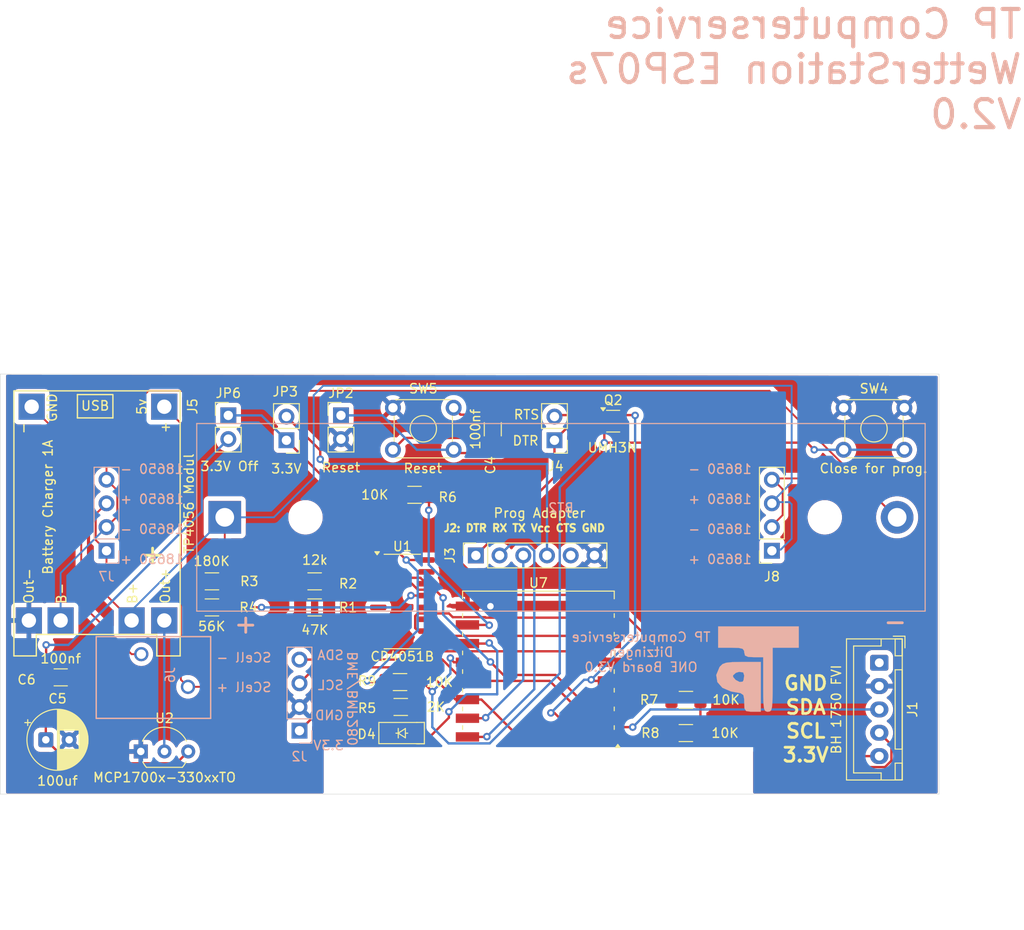
<source format=kicad_pcb>
(kicad_pcb (version 20241229) (generator "pcbnew") (generator_version "9.0")
  (title_block (comment 4 "AISLER Project ID: SIJVISKT"))
  (layers (0 "F.Cu" signal) (2 "B.Cu" signal) (13 "F.Paste" user) (15 "B.Paste" user) (5 "F.SilkS" user "F.Silkscreen") (7 "B.SilkS" user "B.Silkscreen") (1 "F.Mask" user) (3 "B.Mask" user) (25 "Edge.Cuts" user))
  (net 0 "")
  (net 1 "Net-(SW5-K)")
  (net 2 "Net-(J3-Pin_4)")
  (net 3 "DTR")
  (net 4 "Net-(C4-Pad1)")
  (net 5 "Net-(JP6-B)")
  (net 6 "GND")
  (net 7 "+3.3V")
  (net 8 "SDA")
  (net 9 "LED_Buildin")
  (net 10 "RXD")
  (net 11 "TXD")
  (net 12 "ADC")
  (net 13 "EN")
  (net 14 "DeepS")
  (net 15 "SCL")
  (net 16 "IO14")
  (net 17 "IO13")
  (net 18 "Net-(D4-A)")
  (net 19 "IO0")
  (net 20 "4056 Out+")
  (net 21 "18650-")
  (net 22 "SCell+")
  (net 23 "SCell-")
  (net 24 "18650+")
  (net 25 "RTS")
  (net 28 "SolarPanel")
  (net 29 "Akku")
  (net 30 "Net-(U7-GPIO15)")
  (net 32 "IO12")
  (footprint "FootPrints_TPC:R_1206_HandSolder" (layer "F.Cu") (at 178.14 105.487)
    (property "Reference" "R1" (at 3.582 0 0) (layer "F.SilkS"))
    (property "Value" "47K" (at 0.026 2.413 0) (layer "F.SilkS"))
    (pad "1" smd roundrect (at -1.55 0) (size 1.3 1.75) (layers "F.Cu" "F.Mask" "F.Paste") (roundrect_rratio 0.192308) (net 22 "SCell+"))
    (pad "2" smd roundrect (at 1.55 0) (size 1.3 1.75) (layers "F.Cu" "F.Mask" "F.Paste") (roundrect_rratio 0.192308) (net 28 "SolarPanel"))
  )
  (footprint "FootPrints_TPC:C_1206_HandSolder" (layer "F.Cu") (at 197.216 86.3985 -90)
    (property "Reference" "C4" (at 3.8485 0.254 90) (layer "F.SilkS"))
    (property "Value" "100nf" (at 0 1.85 90) (layer "F.SilkS"))
    (pad "1" smd roundrect (at -1.5625 0 270) (size 1.325 1.8) (layers "F.Cu" "F.Mask" "F.Paste") (roundrect_rratio 0.188679) (net 4 "Net-(C4-Pad1)"))
    (pad "2" smd roundrect (at 1.5625 0 270) (size 1.325 1.8) (layers "F.Cu" "F.Mask" "F.Paste") (roundrect_rratio 0.188679) (net 1 "Net-(SW5-K)"))
  )
  (footprint "Connector_PinHeader_2.54mm:PinHeader_1x02_P2.54mm_Vertical" (layer "F.Cu") (at 168.895 84.913)
    (property "Reference" "JP6" (at 0 -2.38 0) (layer "F.SilkS"))
    (property "Value" "3.3V Off" (at 0.127 5.461 0) (layer "F.SilkS"))
    (pad "1" thru_hole rect (at 0 0) (size 1.7 1.7) (drill 1) (layers "*.Cu" "*.Mask") (net 7 "+3.3V"))
    (pad "2" thru_hole circle (at 0 2.54) (size 1.7 1.7) (drill 1) (layers "*.Cu" "*.Mask") (net 5 "Net-(JP6-B)"))
  )
  (footprint "FootPrints_TPC:R_1206_HandSolder" (layer "F.Cu") (at 167.143 102.693)
    (property "Reference" "R3" (at 4 0 0) (layer "F.SilkS"))
    (property "Value" "180K" (at -0.026 -2.159 0) (layer "F.SilkS"))
    (pad "1" smd roundrect (at -1.55 0) (size 1.3 1.75) (layers "F.Cu" "F.Mask" "F.Paste") (roundrect_rratio 0.192308) (net 24 "18650+"))
    (pad "2" smd roundrect (at 1.55 0) (size 1.3 1.75) (layers "F.Cu" "F.Mask" "F.Paste") (roundrect_rratio 0.192308) (net 29 "Akku"))
  )
  (footprint "Capacitor_THT:CP_Radial_D6.3mm_P2.50mm" (layer "F.Cu") (at 149.352 119.668)
    (property "Reference" "C5" (at 1.25 -4.4 0) (layer "F.SilkS"))
    (property "Value" "100uf" (at 1.25 4.4 0) (layer "F.SilkS"))
    (pad "1" thru_hole roundrect (at 0 0) (size 1.6 1.6) (drill 0.8) (layers "*.Cu" "*.Mask") (roundrect_rratio 0.15625) (net 5 "Net-(JP6-B)"))
    (pad "2" thru_hole circle (at 2.5 0) (size 1.6 1.6) (drill 0.8) (layers "*.Cu" "*.Mask") (net 6 "GND"))
  )
  (footprint "FootPrints_TPC:R_1206_HandSolder" (layer "F.Cu") (at 217.899 115.393)
    (property "Reference" "R7" (at -3.95 0 0) (layer "F.SilkS"))
    (property "Value" "10K" (at 4.3 0 0) (layer "F.SilkS"))
    (pad "1" smd roundrect (at -1.55 0) (size 1.3 1.75) (layers "F.Cu" "F.Mask" "F.Paste") (roundrect_rratio 0.192308) (net 13 "EN"))
    (pad "2" smd roundrect (at 1.55 0) (size 1.3 1.75) (layers "F.Cu" "F.Mask" "F.Paste") (roundrect_rratio 0.192308) (net 7 "+3.3V"))
  )
  (footprint "Package_TO_SOT_THT:TO-92L_Inline_Wide" (layer "F.Cu") (at 159.522 120.918)
    (property "Reference" "U2" (at 2.54 -3.56 0) (layer "F.SilkS"))
    (property "Value" "MCP1700x-330xxTO" (at 2.54 2.79 0) (layer "F.SilkS"))
    (pad "1" thru_hole rect (at 0 0) (size 1.5 1.5) (drill 0.8) (layers "*.Cu" "*.Mask") (net 6 "GND"))
    (pad "2" thru_hole circle (at 2.54 0) (size 1.5 1.5) (drill 0.8) (layers "*.Cu" "*.Mask") (net 20 "4056 Out+"))
    (pad "3" thru_hole circle (at 5.08 0) (size 1.5 1.5) (drill 0.8) (layers "*.Cu" "*.Mask") (net 5 "Net-(JP6-B)"))
  )
  (footprint "Package_SO:SO-16_3.9x9.9mm_P1.27mm" (layer "F.Cu") (at 187.529 104.852)
    (property "Reference" "U1" (at 0 -5.9 0) (layer "F.SilkS"))
    (property "Value" "CD4051B" (at 0 5.9 0) (layer "F.SilkS"))
    (pad "1" smd roundrect (at -2.575 -4.445) (size 1.75 0.6) (layers "F.Cu" "F.Mask" "F.Paste"))
    (pad "2" smd roundrect (at -2.575 -3.175) (size 1.75 0.6) (layers "F.Cu" "F.Mask" "F.Paste"))
    (pad "3" smd roundrect (at -2.575 -1.905) (size 1.75 0.6) (layers "F.Cu" "F.Mask" "F.Paste") (net 12 "ADC"))
    (pad "4" smd roundrect (at -2.575 -0.635) (size 1.75 0.6) (layers "F.Cu" "F.Mask" "F.Paste"))
    (pad "5" smd roundrect (at -2.575 0.635) (size 1.75 0.6) (layers "F.Cu" "F.Mask" "F.Paste"))
    (pad "6" smd roundrect (at -2.575 1.905) (size 1.75 0.6) (layers "F.Cu" "F.Mask" "F.Paste") (net 6 "GND"))
    (pad "7" smd roundrect (at -2.575 3.175) (size 1.75 0.6) (layers "F.Cu" "F.Mask" "F.Paste") (net 6 "GND"))
    (pad "8" smd roundrect (at -2.575 4.445) (size 1.75 0.6) (layers "F.Cu" "F.Mask" "F.Paste"))
    (pad "9" smd roundrect (at 2.575 4.445) (size 1.75 0.6) (layers "F.Cu" "F.Mask" "F.Paste") (net 16 "IO14"))
    (pad "10" smd roundrect (at 2.575 3.175) (size 1.75 0.6) (layers "F.Cu" "F.Mask" "F.Paste") (net 17 "IO13"))
    (pad "11" smd roundrect (at 2.575 1.905) (size 1.75 0.6) (layers "F.Cu" "F.Mask" "F.Paste") (net 32 "IO12"))
    (pad "12" smd roundrect (at 2.575 0.635) (size 1.75 0.6) (layers "F.Cu" "F.Mask" "F.Paste"))
    (pad "13" smd roundrect (at 2.575 -0.635) (size 1.75 0.6) (layers "F.Cu" "F.Mask" "F.Paste") (net 29 "Akku"))
    (pad "14" smd roundrect (at 2.575 -1.905) (size 1.75 0.6) (layers "F.Cu" "F.Mask" "F.Paste") (net 28 "SolarPanel"))
    (pad "15" smd roundrect (at 2.575 -3.175) (size 1.75 0.6) (layers "F.Cu" "F.Mask" "F.Paste"))
    (pad "16" smd roundrect (at 2.575 -4.445) (size 1.75 0.6) (layers "F.Cu" "F.Mask" "F.Paste") (net 7 "+3.3V"))
  )
  (footprint "Connector_PinSocket_2.54mm:PinSocket_1x04_P2.54mm_Vertical" (layer "F.Cu") (at 227.102 99.418 180)
    (property "Reference" "J8" (at 0 -2.77 0) (layer "F.SilkS"))
    (property "Value" "Conn_01x04_Socket" (hide yes))
    (pad "1" thru_hole rect (at 0 0 180) (size 1.7 1.7) (drill 1) (layers "*.Cu" "*.Mask") (net 24 "18650+"))
    (pad "2" thru_hole circle (at 0 2.54 180) (size 1.7 1.7) (drill 1) (layers "*.Cu" "*.Mask") (net 21 "18650-"))
    (pad "3" thru_hole circle (at 0 5.08 180) (size 1.7 1.7) (drill 1) (layers "*.Cu" "*.Mask") (net 24 "18650+"))
    (pad "4" thru_hole circle (at 0 7.62 180) (size 1.7 1.7) (drill 1) (layers "*.Cu" "*.Mask") (net 21 "18650-"))
  )
  (footprint "FootPrints_TPC:R_1206_HandSolder" (layer "F.Cu") (at 217.891 118.949)
    (property "Reference" "R8" (at -3.8 0 0) (layer "F.SilkS"))
    (property "Value" "10K" (at 4.2 0 0) (layer "F.SilkS"))
    (pad "1" smd roundrect (at -1.55 0) (size 1.3 1.75) (layers "F.Cu" "F.Mask" "F.Paste") (roundrect_rratio 0.192308) (net 14 "DeepS"))
    (pad "2" smd roundrect (at 1.55 0) (size 1.3 1.75) (layers "F.Cu" "F.Mask" "F.Paste") (roundrect_rratio 0.192308) (net 7 "+3.3V"))
  )
  (footprint "FootPrints_TPC:R_1206_HandSolder" (layer "F.Cu") (at 178.14 102.693 180)
    (property "Reference" "R2" (at -3.582 -0.254 0) (layer "F.SilkS"))
    (property "Value" "12k" (at -0.026 2.286 0) (layer "F.SilkS"))
    (pad "1" smd roundrect (at -1.55 0 180) (size 1.3 1.75) (layers "F.Cu" "F.Mask" "F.Paste") (roundrect_rratio 0.192308) (net 28 "SolarPanel"))
    (pad "2" smd roundrect (at 1.55 0 180) (size 1.3 1.75) (layers "F.Cu" "F.Mask" "F.Paste") (roundrect_rratio 0.192308) (net 6 "GND"))
  )
  (footprint "Connector_PinHeader_2.54mm:PinHeader_1x02_P2.54mm_Vertical" (layer "F.Cu") (at 203.82 87.58 180)
    (property "Reference" "J4" (at -0.127 -2.794 180) (layer "F.SilkS"))
    (property "Value" "Conn_01x02_Pin" (hide yes))
    (pad "1" thru_hole rect (at 0 0 180) (size 1.7 1.7) (drill 1) (layers "*.Cu" "*.Mask") (net 3 "DTR"))
    (pad "2" thru_hole circle (at 0 2.54 180) (size 1.7 1.7) (drill 1) (layers "*.Cu" "*.Mask") (net 25 "RTS"))
  )
  (footprint "FootPrints_TPC:SW_TH_Tactile_Omron" (layer "F.Cu") (at 234.785 84.096)
    (property "Reference" "SW4" (at 3.25 -2.05 0) (layer "F.SilkS"))
    (property "Value" "Close for prog." (at 3.2 6.5 0) (layer "F.SilkS"))
    (pad "1" thru_hole circle (at 0 0) (size 1.7 1.7) (drill 1) (layers "*.Cu" "*.Mask") (net 6 "GND"))
    (pad "2" thru_hole circle (at 6.5 0) (size 1.7 1.7) (drill 1) (layers "*.Cu" "*.Mask") (net 6 "GND"))
    (pad "3" thru_hole circle (at 0 4.5) (size 1.7 1.7) (drill 1) (layers "*.Cu" "*.Mask") (net 19 "IO0"))
    (pad "4" thru_hole circle (at 6.5 4.5) (size 1.7 1.7) (drill 1) (layers "*.Cu" "*.Mask") (net 19 "IO0"))
  )
  (footprint "FootPrints_TPC:R_1206_HandSolder" (layer "F.Cu") (at 167.143 105.487 180)
    (property "Reference" "R4" (at -3.911 0 0) (layer "F.SilkS"))
    (property "Value" "56K" (at 0.026 -2.032 0) (layer "F.SilkS"))
    (pad "1" smd roundrect (at -1.55 0 180) (size 1.3 1.75) (layers "F.Cu" "F.Mask" "F.Paste") (roundrect_rratio 0.192308) (net 29 "Akku"))
    (pad "2" smd roundrect (at 1.55 0 180) (size 1.3 1.75) (layers "F.Cu" "F.Mask" "F.Paste") (roundrect_rratio 0.192308) (net 6 "GND"))
  )
  (footprint "Connector_PinHeader_2.54mm:PinHeader_1x02_P2.54mm_Vertical" (layer "F.Cu") (at 175.118 87.58 180)
    (property "Reference" "JP3" (at 0.127 5.207 0) (layer "F.SilkS"))
    (property "Value" "3.3V" (at 0 -3.048 0) (layer "F.SilkS"))
    (pad "1" thru_hole rect (at 0 0 180) (size 1.7 1.7) (drill 1) (layers "*.Cu" "*.Mask") (net 7 "+3.3V"))
    (pad "2" thru_hole circle (at 0 2.54 180) (size 1.7 1.7) (drill 1) (layers "*.Cu" "*.Mask") (net 2 "Net-(J3-Pin_4)"))
  )
  (footprint "Package_TO_SOT_SMD:SOT-363_SC-70-6" (layer "F.Cu") (at 210.109 85.533)
    (property "Reference" "Q2" (at 0 -2.25 0) (layer "F.SilkS"))
    (property "Value" "UMH3N" (at -0.102 2.837 180) (layer "F.SilkS"))
    (pad "1" smd roundrect (at -0.95 -0.65) (size 0.65 0.4) (layers "F.Cu" "F.Mask" "F.Paste") (net 25 "RTS"))
    (pad "2" smd roundrect (at -0.95 0) (size 0.65 0.4) (layers "F.Cu" "F.Mask" "F.Paste") (net 3 "DTR"))
    (pad "3" smd roundrect (at -0.95 0.65) (size 0.65 0.4) (layers "F.Cu" "F.Mask" "F.Paste") (net 19 "IO0"))
    (pad "4" smd roundrect (at 0.95 0.65) (size 0.65 0.4) (layers "F.Cu" "F.Mask" "F.Paste") (net 3 "DTR"))
    (pad "5" smd roundrect (at 0.95 0) (size 0.65 0.4) (layers "F.Cu" "F.Mask" "F.Paste") (net 25 "RTS"))
    (pad "6" smd roundrect (at 0.95 -0.65) (size 0.65 0.4) (layers "F.Cu" "F.Mask" "F.Paste") (net 14 "DeepS"))
  )
  (footprint "FootPrints_TPC:SW_TH_Tactile_Omron" (layer "F.Cu") (at 186.525 84.096)
    (property "Reference" "SW5" (at 3.25 -2.05 0) (layer "F.SilkS"))
    (property "Value" "Reset" (at 3.2 6.5 0) (layer "F.SilkS"))
    (pad "1" thru_hole circle (at 0 0) (size 1.7 1.7) (drill 1) (layers "*.Cu" "*.Mask") (net 6 "GND"))
    (pad "2" thru_hole circle (at 6.5 0) (size 1.7 1.7) (drill 1) (layers "*.Cu" "*.Mask") (net 4 "Net-(C4-Pad1)"))
    (pad "3" thru_hole circle (at 0 4.5) (size 1.7 1.7) (drill 1) (layers "*.Cu" "*.Mask") (net 1 "Net-(SW5-K)"))
    (pad "4" thru_hole circle (at 6.5 4.5) (size 1.7 1.7) (drill 1) (layers "*.Cu" "*.Mask") (net 14 "DeepS"))
  )
  (footprint "FootPrints_TPC:C_1206_HandSolder" (layer "F.Cu") (at 150.9495 112.98)
    (property "Reference" "C6" (at -3.6575 0.25 0) (layer "F.SilkS"))
    (property "Value" "100nf" (at 0 -2 0) (layer "F.SilkS"))
    (pad "1" smd roundrect (at -1.5625 0) (size 1.325 1.8) (layers "F.Cu" "F.Mask" "F.Paste") (roundrect_rratio 0.188679) (net 5 "Net-(JP6-B)"))
    (pad "2" smd roundrect (at 1.5625 0) (size 1.325 1.8) (layers "F.Cu" "F.Mask" "F.Paste") (roundrect_rratio 0.188679) (net 6 "GND"))
  )
  (footprint "Connector_PinHeader_2.54mm:PinHeader_1x02_P2.54mm_Vertical" (layer "F.Cu") (at 180.96 84.913)
    (property "Reference" "JP2" (at 0 -2.38 0) (layer "F.SilkS"))
    (property "Value" "Reset" (at 0 5.588 0) (layer "F.SilkS"))
    (pad "1" thru_hole rect (at 0 0) (size 1.7 1.7) (drill 1) (layers "*.Cu" "*.Mask") (net 14 "DeepS"))
    (pad "2" thru_hole circle (at 0 2.54) (size 1.7 1.7) (drill 1) (layers "*.Cu" "*.Mask") (net 6 "GND"))
  )
  (footprint "Connector_JST:JST_XH_B5B-XH-A_1x05_P2.50mm_Vertical" (layer "F.Cu") (at 238.602 111.418 -90)
    (property "Reference" "J1" (at 5 -3.55 90) (layer "F.SilkS"))
    (property "Value" "BH 1750 FVI" (at 5 4.6 90) (layer "F.SilkS"))
    (pad "1" thru_hole roundrect (at 0 0 270) (size 1.7 1.95) (drill 0.95) (layers "*.Cu" "*.Mask") (roundrect_rratio 0.147059))
    (pad "2" thru_hole oval (at 2.5 0 270) (size 1.7 1.95) (drill 0.95) (layers "*.Cu" "*.Mask") (net 6 "GND"))
    (pad "3" thru_hole oval (at 5 0 270) (size 1.7 1.95) (drill 0.95) (layers "*.Cu" "*.Mask") (net 8 "SDA"))
    (pad "4" thru_hole oval (at 7.5 0 270) (size 1.7 1.95) (drill 0.95) (layers "*.Cu" "*.Mask") (net 15 "SCL"))
    (pad "5" thru_hole oval (at 10 0 270) (size 1.7 1.95) (drill 0.95) (layers "*.Cu" "*.Mask") (net 7 "+3.3V"))
  )
  (footprint "Connector_PinSocket_2.54mm:PinSocket_1x06_P2.54mm_Vertical" (layer "F.Cu") (at 195.402 99.918 90)
    (property "Reference" "J3" (at 0 -2.77 90) (layer "F.SilkS"))
    (property "Value" "Conn_01x06_Pin")
    (pad "1" thru_hole rect (at 0 0 90) (size 1.7 1.7) (drill 1) (layers "*.Cu" "*.Mask") (net 3 "DTR"))
    (pad "2" thru_hole circle (at 0 2.54 90) (size 1.7 1.7) (drill 1) (layers "*.Cu" "*.Mask") (net 11 "TXD"))
    (pad "3" thru_hole circle (at 0 5.08 90) (size 1.7 1.7) (drill 1) (layers "*.Cu" "*.Mask") (net 10 "RXD"))
    (pad "4" thru_hole circle (at 0 7.62 90) (size 1.7 1.7) (drill 1) (layers "*.Cu" "*.Mask") (net 2 "Net-(J3-Pin_4)"))
    (pad "5" thru_hole circle (at 0 10.16 90) (size 1.7 1.7) (drill 1) (layers "*.Cu" "*.Mask"))
    (pad "6" thru_hole circle (at 0 12.7 90) (size 1.7 1.7) (drill 1) (layers "*.Cu" "*.Mask") (net 6 "GND"))
  )
  (footprint "FootPrints_TPC:R_1206_HandSolder" (layer "F.Cu") (at 187.359 116.153 180)
    (property "Reference" "R5" (at 3.605 -0.129 0) (layer "F.SilkS"))
    (property "Value" "2K" (at -3.761 -0.002 0) (layer "F.SilkS"))
    (pad "1" smd roundrect (at -1.55 0 180) (size 1.3 1.75) (layers "F.Cu" "F.Mask" "F.Paste") (roundrect_rratio 0.192308) (net 18 "Net-(D4-A)"))
    (pad "2" smd roundrect (at 1.55 0 180) (size 1.3 1.75) (layers "F.Cu" "F.Mask" "F.Paste") (roundrect_rratio 0.192308) (net 7 "+3.3V"))
  )
  (footprint "FootPrints_TPC:TP4056-18650" (layer "F.Cu") (at 163.737 82.284 -90)
    (property "Reference" "J5" (at 1.663 -1.333 90) (layer "F.SilkS"))
    (property "Value" "TP4056 Modul" (at 12.077 -0.952 90) (layer "F.SilkS"))
    (fp_text user "Out-" (at 20.9 16.2 90) (layer "F.SilkS"))
    (fp_text user "+" (at 3.9 1.6 90) (layer "F.SilkS"))
    (fp_text user "B-" (at 21.7 12.7 90) (layer "F.SilkS"))
    (fp_text user "USB" (at 1.6 9.1 0) (layer "F.SilkS"))
    (fp_text user "GND" (at 1.8 13.7 90) (layer "F.SilkS"))
    (fp_text user "B+" (at 21.7 5.1 90) (layer "F.SilkS"))
    (fp_text user "Battery Charger 1A" (at 12.458 14.161 90) (layer "F.SilkS"))
    (fp_text user "-" (at 4 16.8 90) (layer "F.SilkS"))
    (fp_text user "Out+" (at 20.9 1.6 90) (layer "F.SilkS"))
    (fp_text user "5v" (at 1.7 4.1 90) (layer "F.SilkS"))
    (pad "1" thru_hole rect (at 1.7 1.7 270) (size 2.8 2.8) (drill 1.54) (layers "*.Cu" "*.Mask") (net 22 "SCell+"))
    (pad "2" thru_hole rect (at 1.7 15.9 270) (size 2.8 2.8) (drill 1.54) (layers "*.Cu" "*.Mask") (net 23 "SCell-"))
    (pad "3" thru_hole rect (at 24.6 1.7 270) (size 2.8 2.8) (drill 1.54) (layers "*.Cu" "*.Mask") (net 20 "4056 Out+"))
    (pad "4" thru_hole rect (at 24.6 16.2 270) (size 2.8 2.8) (drill 1.54) (layers "*.Cu" "*.Mask") (net 6 "GND"))
    (pad "5" thru_hole rect (at 24.6 5.2 270) (size 2.8 2.8) (drill 1.54) (layers "*.Cu" "*.Mask") (net 24 "18650+"))
    (pad "6" thru_hole rect (at 24.6 12.8 270) (size 2.8 2.8) (drill 1.54) (layers "*.Cu" "*.Mask") (net 21 "18650-"))
  )
  (footprint "FootPrints_TPC:R_1206_HandSolder" (layer "F.Cu") (at 188.834 93.422 180)
    (property "Reference" "R6" (at -3.556 -0.254 0) (layer "F.SilkS"))
    (property "Value" "10K" (at 4.25 0 0) (layer "F.SilkS"))
    (pad "1" smd roundrect (at -1.55 0 180) (size 1.3 1.75) (layers "F.Cu" "F.Mask" "F.Paste") (roundrect_rratio 0.192308) (net 30 "Net-(U7-GPIO15)"))
    (pad "2" smd roundrect (at 1.55 0 180) (size 1.3 1.75) (layers "F.Cu" "F.Mask" "F.Paste") (roundrect_rratio 0.192308) (net 6 "GND"))
  )
  (footprint "RF_Module:ESP-07" (layer "F.Cu") (at 202.102 114.46 180)
    (property "Reference" "U7" (at 0 11.6 0) (layer "F.SilkS"))
    (property "Value" "ESP-07S")
    (pad "1" smd rect (at -7.6 -4.9 180) (size 2.5 1) (layers "F.Cu" "F.Mask" "F.Paste") (net 14 "DeepS"))
    (pad "2" smd rect (at -7.6 -2.9 180) (size 2.5 1) (layers "F.Cu" "F.Mask" "F.Paste") (net 12 "ADC"))
    (pad "3" smd rect (at -7.6 -0.9 180) (size 2.5 1) (layers "F.Cu" "F.Mask" "F.Paste") (net 13 "EN"))
    (pad "4" smd rect (at -7.6 1.1 180) (size 2.5 1) (layers "F.Cu" "F.Mask" "F.Paste") (net 14 "DeepS"))
    (pad "5" smd rect (at -7.6 3.1 180) (size 2.5 1) (layers "F.Cu" "F.Mask" "F.Paste") (net 16 "IO14"))
    (pad "6" smd rect (at -7.6 5.1 180) (size 2.5 1) (layers "F.Cu" "F.Mask" "F.Paste") (net 32 "IO12"))
    (pad "7" smd rect (at -7.6 7.1 180) (size 2.5 1) (layers "F.Cu" "F.Mask" "F.Paste") (net 17 "IO13"))
    (pad "8" smd rect (at -7.6 9.1 180) (size 2.5 1) (layers "F.Cu" "F.Mask" "F.Paste") (net 7 "+3.3V"))
    (pad "9" smd rect (at 7.6 9.1 180) (size 2.5 1) (layers "F.Cu" "F.Mask" "F.Paste") (net 6 "GND"))
    (pad "10" smd rect (at 7.6 7.1 180) (size 2.5 1) (layers "F.Cu" "F.Mask" "F.Paste") (net 30 "Net-(U7-GPIO15)"))
    (pad "11" smd rect (at 7.6 5.1 180) (size 2.5 1) (layers "F.Cu" "F.Mask" "F.Paste") (net 9 "LED_Buildin"))
    (pad "12" smd rect (at 7.6 3.1 180) (size 2.5 1) (layers "F.Cu" "F.Mask" "F.Paste") (net 19 "IO0"))
    (pad "13" smd rect (at 7.6 1.1 180) (size 2.5 1) (layers "F.Cu" "F.Mask" "F.Paste") (net 8 "SDA"))
    (pad "14" smd rect (at 7.6 -0.9 180) (size 2.5 1) (layers "F.Cu" "F.Mask" "F.Paste") (net 15 "SCL"))
    (pad "15" smd rect (at 7.6 -2.9 180) (size 2.5 1) (layers "F.Cu" "F.Mask" "F.Paste") (net 10 "RXD"))
    (pad "16" smd rect (at 7.6 -4.9 180) (size 2.5 1) (layers "F.Cu" "F.Mask" "F.Paste") (net 11 "TXD"))
    (zone (net 0) (net_name "") (layers "F.Cu" "B.Cu") (connect_pads (clearance 0)) (min_thickness 0.254)
      (keepout (tracks not_allowed) (vias not_allowed) (pads not_allowed) (copperpour not_allowed) (footprints not_allowed))
      (fill (thermal_gap 0.508) (thermal_bridge_width 0.508))
      (polygon (pts (xy 225.102 120.46) (xy 179.102 120.46) (xy 179.102 140.06) (xy 225.102 140.06)))
    )
  )
  (footprint "FootPrints_TPC:LED_1206_3216_TPC_Metric_Pad1.42x1.75mm_HandSolder" (layer "F.Cu") (at 187.4755 118.947)
    (property "Reference" "D4" (at -3.7735 0.127 0) (layer "F.SilkS"))
    (property "Value" "LED")
    (pad "1" smd roundrect (at -1.4875 0) (size 1.425 1.75) (layers "F.Cu" "F.Mask" "F.Paste") (roundrect_rratio 0.175439) (net 9 "LED_Buildin"))
    (pad "2" smd roundrect (at 1.4875 0) (size 1.425 1.75) (layers "F.Cu" "F.Mask" "F.Paste") (roundrect_rratio 0.175439) (net 18 "Net-(D4-A)"))
  )
  (footprint "FootPrints_TPC:R_1206_HandSolder" (layer "F.Cu") (at 187.284 113.488 180)
    (property "Reference" "R9" (at 3.53 0.127 0) (layer "F.SilkS"))
    (property "Value" "10K" (at -4.217 0 0) (layer "F.SilkS"))
    (pad "1" smd roundrect (at -1.55 0 180) (size 1.3 1.75) (layers "F.Cu" "F.Mask" "F.Paste") (roundrect_rratio 0.192308) (net 19 "IO0"))
    (pad "2" smd roundrect (at 1.55 0 180) (size 1.3 1.75) (layers "F.Cu" "F.Mask" "F.Paste") (roundrect_rratio 0.192308) (net 7 "+3.3V"))
  )
  (footprint "Connector_PinSocket_2.54mm:PinSocket_1x04_P2.54mm_Vertical" (layer "B.Cu") (at 176.515 118.695)
    (property "Reference" "J2" (at 0 2.77 0) (layer "B.SilkS") (effects (justify mirror)))
    (property "Value" "BME/BMP280" (at 5.715 -3.429 270) (layer "B.SilkS") (effects (justify mirror)))
    (pad "1" thru_hole rect (at 0 0) (size 1.7 1.7) (drill 1) (layers "*.Cu" "*.Mask") (net 7 "+3.3V"))
    (pad "2" thru_hole circle (at 0 -2.54) (size 1.7 1.7) (drill 1) (layers "*.Cu" "*.Mask") (net 6 "GND"))
    (pad "3" thru_hole circle (at 0 -5.08) (size 1.7 1.7) (drill 1) (layers "*.Cu" "*.Mask") (net 15 "SCL"))
    (pad "4" thru_hole circle (at 0 -7.62) (size 1.7 1.7) (drill 1) (layers "*.Cu" "*.Mask") (net 8 "SDA"))
  )
  (footprint "Battery:BatteryHolder_MPD_BH-18650-PC2" (layer "B.Cu") (at 168.514 95.835)
    (property "Reference" "BT2" (at 36 -1 180) (layer "B.SilkS") (effects (justify mirror)))
    (property "Value" "Battery_Cell")
    (pad "" np_thru_hole circle (at 8.645 0) (size 3.2 3.2) (drill 3.2) (layers "*.Cu" "*.Mask"))
    (pad "" np_thru_hole circle (at 64.255 0) (size 3.2 3.2) (drill 3.2) (layers "*.Cu" "*.Mask"))
    (pad "1" thru_hole rect (at 0 0) (size 3.5 3.5) (drill 2) (layers "*.Cu" "*.Mask") (net 24 "18650+"))
    (pad "2" thru_hole circle (at 72 0) (size 3.5 3.5) (drill 2) (layers "*.Cu" "*.Mask") (net 21 "18650-"))
  )
  (footprint "FootPrints_TPC:TPC_Logo" (layer "B.Cu") (at 225.664 112.091 180)
    (property "Reference" "G***" (hide yes))
    (property "Value" "LOGO" (hide yes))
  )
  (footprint "WAGO:WAGO_250_202_1x2_TPC" (layer "B.Cu") (at 164.577 113.995999 90)
    (property "Reference" "J6" (at 1.27 -1.905 90) (layer "B.SilkS") (effects (justify mirror)))
    (property "Value" "Screw_Terminal_01x02" (hide yes))
    (pad "1" thru_hole circle (at -0.000001 0 90) (size 1.524 1.524) (drill 1.016) (layers "*.Cu" "*.Mask") (net 22 "SCell+"))
    (pad "2" thru_hole circle (at 3.500002 -5 90) (size 1.524 1.524) (drill 1.016) (layers "*.Cu" "*.Mask") (net 23 "SCell-"))
  )
  (footprint "Connector_PinSocket_2.54mm:PinSocket_1x04_P2.54mm_Vertical" (layer "B.Cu") (at 155.852 99.418)
    (property "Reference" "J7" (at 0 2.77 180) (layer "B.SilkS") (effects (justify mirror)))
    (property "Value" "Conn_01x04_Socket" (hide yes))
    (pad "1" thru_hole rect (at 0 0) (size 1.7 1.7) (drill 1) (layers "*.Cu" "*.Mask") (net 24 "18650+"))
    (pad "2" thru_hole circle (at 0 -2.54) (size 1.7 1.7) (drill 1) (layers "*.Cu" "*.Mask") (net 21 "18650-"))
    (pad "3" thru_hole circle (at 0 -5.08) (size 1.7 1.7) (drill 1) (layers "*.Cu" "*.Mask") (net 24 "18650+"))
    (pad "4" thru_hole circle (at 0 -7.62) (size 1.7 1.7) (drill 1) (layers "*.Cu" "*.Mask") (net 21 "18650-"))
  )
  (gr_line (start 245 80.488) (end 245 125.488) (stroke (width 0.05)) (layer "Edge.Cuts"))
  (gr_line (start 144.472 80.488) (end 245 80.488) (stroke (width 0.05)) (layer "Edge.Cuts"))
  (gr_line (start 245 125.488) (end 144.472 125.488) (stroke (width 0.05)) (layer "Edge.Cuts"))
  (gr_line (start 144.472 125.488) (end 144.472 80.488) (stroke (width 0.05)) (layer "Edge.Cuts"))
  (gr_text "SCL" (at 228.459143 119.6055 0) (layer "F.SilkS") (effects (font (size 1.5 1.5) (thickness 0.3) (bold yes)) (justify left bottom)))
  (gr_text "3.3V" (at 228.102 122.168 0) (layer "F.SilkS") (effects (font (size 1.5 1.5) (thickness 0.3) (bold yes)) (justify left bottom)))
  (gr_text "RTS\n" (at 199.375 85.421 0) (layer "F.SilkS") (effects (font (size 1 1)) (justify left bottom)))
  (gr_text "DTR\n" (at 199.248 88.215 0) (layer "F.SilkS") (effects (font (size 1 1)) (justify left bottom)))
  (gr_text "J2: DTR RX TX Vcc CTS GND" (at 200.592 96.988 0) (layer "F.SilkS") (effects (font (size 0.8 0.8) (thickness 0.2))))
  (gr_text "SDA\n" (at 228.423429 117.043 0) (layer "F.SilkS") (effects (font (size 1.5 1.5) (thickness 0.3) (bold yes)) (justify left bottom)))
  (gr_text "Prog Adapter" (at 197.216 95.962 0) (layer "F.SilkS") (effects (font (size 1 1)) (justify left bottom)))
  (gr_text "GND" (at 228.244857 114.4805 0) (layer "F.SilkS") (effects (font (size 1.5 1.5) (thickness 0.3) (bold yes)) (justify left bottom)))
  (gr_text "+" (at 159.352 100.918 0) (layer "F.SilkS") (effects (font (size 2 2) (thickness 0.3)) (justify left bottom)))
  (gr_text "18650 -\n\n18650 +\n\n18650 -\n\n18650 +" (at 225.029 100.915 0) (layer "B.SilkS") (effects (font (size 1 1)) (justify left bottom mirror)))
  (gr_text "TP Computerservice\nDitzingen\nONE Board V3.0" (at 213.091 112.472 0) (layer "B.SilkS") (effects (font (size 1 1)) (justify bottom mirror)))
  (gr_text "-" (at 238.872 108.154 0) (layer "B.SilkS") (effects (font (size 2 2) (thickness 0.3)) (justify left bottom)))
  (gr_text "TP Computerservice\nWetterStation ESP07s\nV2.0" (at 254.102 54.418 0) (layer "B.SilkS") (effects (font (size 3 3) (thickness 0.45)) (justify left bottom mirror)))
  (gr_text "SCell +" (at 173.594 114.631 0) (layer "B.SilkS") (effects (font (size 1 1)) (justify left bottom mirror)))
  (gr_text "+" (at 172.197 108.408 0) (layer "B.SilkS") (effects (font (size 2 2) (thickness 0.3)) (justify left bottom mirror)))
  (gr_text "SCell -" (at 173.594 111.456 0) (layer "B.SilkS") (effects (font (size 1 1)) (justify left bottom mirror)))
  (gr_text "18650 -\n\n18650 +\n\n18650 -\n\n18650 +" (at 164.196 100.915 0) (layer "B.SilkS") (effects (font (size 1 1)) (justify left bottom mirror)))
  (gr_text "SDA\n\nSCL\n\nGND\n\n3.3V" (at 181.341 120.854 0) (layer "B.SilkS") (effects (font (size 1 1)) (justify left bottom mirror)))
  (segment (start 187.795 87.326) (end 186.525 88.596) (width 0.25) (layer "F.Cu") (net 1))
  (segment (start 197.216 87.961) (end 196.581 87.326) (width 0.25) (layer "F.Cu") (net 1))
  (segment (start 196.581 87.326) (end 187.795 87.326) (width 0.25) (layer "F.Cu") (net 1))
  (segment (start 178.739 88.661) (end 178.739 89.612) (width 0.25) (layer "F.Cu") (net 2))
  (segment (start 175.118 85.04) (end 178.739 88.661) (width 0.25) (layer "F.Cu") (net 2))
  (via (at 178.739 89.612) (size 0.8) (drill 0.4) (layers "F.Cu" "B.Cu") (net 2))
  (segment (start 179.182 90.12) (end 203.058 90.12) (width 0.25) (layer "B.Cu") (net 2))
  (segment (start 203.022 90.156) (end 203.022 99.918) (width 0.25) (layer "B.Cu") (net 2))
  (segment (start 203.058 90.12) (end 203.022 90.156) (width 0.25) (layer "B.Cu") (net 2))
  (segment (start 179.182 90.12) (end 178.674 89.612) (width 0.25) (layer "B.Cu") (net 2))
  (segment (start 178.674 89.612) (end 178.739 89.612) (width 0.25) (layer "B.Cu") (net 2))
  (segment (start 203.82 91.5) (end 203.82 87.58) (width 0.25) (layer "F.Cu") (net 3))
  (segment (start 210.096191 85.533) (end 210.746191 86.183) (width 0.25) (layer "F.Cu") (net 3))
  (segment (start 210.746191 86.183) (end 211.059 86.183) (width 0.25) (layer "F.Cu") (net 3))
  (segment (start 205.867 85.533) (end 209.159 85.533) (width 0.25) (layer "F.Cu") (net 3))
  (segment (start 209.159 85.533) (end 210.096191 85.533) (width 0.25) (layer "F.Cu") (net 3))
  (segment (start 203.82 87.58) (end 205.867 85.533) (width 0.25) (layer "F.Cu") (net 3))
  (segment (start 195.402 99.918) (end 203.82 91.5) (width 0.25) (layer "F.Cu") (net 3))
  (segment (start 197.216 84.836) (end 193.765 84.836) (width 0.25) (layer "F.Cu") (net 4))
  (segment (start 193.765 84.836) (end 193.025 84.096) (width 0.25) (layer "F.Cu") (net 4))
  (segment (start 149.352 119.668) (end 151.878 122.194) (width 0.25) (layer "F.Cu") (net 5))
  (segment (start 149.464 109.424) (end 149.387 109.501) (width 0.25) (layer "F.Cu") (net 5))
  (segment (start 151.878 122.194) (end 163.326 122.194) (width 0.25) (layer "F.Cu") (net 5))
  (segment (start 149.352 113.015) (end 149.387 112.98) (width 0.25) (layer "F.Cu") (net 5))
  (segment (start 149.352 119.668) (end 149.352 113.015) (width 0.25) (layer "F.Cu") (net 5))
  (segment (start 149.387 112.98) (end 149.387 109.501) (width 0.25) (layer "F.Cu") (net 5))
  (segment (start 163.326 122.194) (end 164.602 120.918) (width 0.25) (layer "F.Cu") (net 5))
  (via (at 149.387 109.501) (size 0.8) (drill 0.4) (layers "F.Cu" "B.Cu") (net 5))
  (segment (start 149.387 109.501) (end 151.772 109.501) (width 0.25) (layer "B.Cu") (net 5))
  (segment (start 166.064 90.284) (end 168.895 87.453) (width 0.25) (layer "B.Cu") (net 5))
  (segment (start 166.064 95.209) (end 166.064 90.284) (width 0.25) (layer "B.Cu") (net 5))
  (segment (start 151.772 109.501) (end 166.064 95.209) (width 0.25) (layer "B.Cu") (net 5))
  (segment (start 184.954 106.757) (end 184.954 108.027) (width 0.508) (layer "F.Cu") (net 6))
  (segment (start 194.502 105.36) (end 196.962 105.36) (width 0.508) (layer "F.Cu") (net 6))
  (via (at 196.962 105.36) (size 1.4) (drill 0.7) (layers "F.Cu" "B.Cu") (net 6))
  (segment (start 197.274 104.142) (end 208.484 104.142) (width 0.25) (layer "F.Cu") (net 7))
  (segment (start 219.449 118.941) (end 219.441 118.949) (width 0.25) (layer "F.Cu") (net 7))
  (segment (start 227.315 118.949) (end 219.441 118.949) (width 0.25) (layer "F.Cu") (net 7))
  (segment (start 185.734 113.488) (end 185.734 116.078) (width 0.25) (layer "F.Cu") (net 7))
  (segment (start 219.299 115.243) (end 219.449 115.393) (width 0.508) (layer "F.Cu") (net 7))
  (segment (start 219.358 115.302) (end 219.449 115.393) (width 0.25) (layer "F.Cu") (net 7))
  (segment (start 208.484 104.142) (end 209.702 105.36) (width 0.25) (layer "F.Cu") (net 7))
  (segment (start 175.118 87.58) (end 187.945 100.407) (width 0.25) (layer "F.Cu") (net 7))
  (segment (start 176.515 118.695) (end 179.057 116.153) (width 0.25) (layer "F.Cu") (net 7))
  (segment (start 183.881 113.488) (end 183.754 113.361) (width 0.25) (layer "F.Cu") (net 7))
  (segment (start 179.057 116.153) (end 185.809 116.153) (width 0.25) (layer "F.Cu") (net 7))
  (segment (start 219.449 115.393) (end 219.949 115.393) (width 0.508) (layer "F.Cu") (net 7))
  (segment (start 185.734 113.488) (end 183.881 113.488) (width 0.25) (layer "F.Cu") (net 7))
  (segment (start 229.784 121.418) (end 227.315 118.949) (width 0.25) (layer "F.Cu") (net 7))
  (segment (start 210.452 105.36) (end 219.449 114.357) (width 0.25) (layer "F.Cu") (net 7))
  (segment (start 238.602 121.418) (end 229.784 121.418) (width 0.25) (layer "F.Cu") (net 7))
  (segment (start 209.702 105.36) (end 210.452 105.36) (width 0.25) (layer "F.Cu") (net 7))
  (segment (start 185.734 116.078) (end 185.809 116.153) (width 0.25) (layer "F.Cu") (net 7))
  (segment (start 193.539 100.407) (end 197.274 104.142) (width 0.25) (layer "F.Cu") (net 7))
  (segment (start 219.449 115.393) (end 219.449 118.941) (width 0.25) (layer "F.Cu") (net 7))
  (segment (start 187.945 100.407) (end 190.104 100.407) (width 0.25) (layer "F.Cu") (net 7))
  (segment (start 190.104 100.407) (end 193.539 100.407) (width 0.25) (layer "F.Cu") (net 7))
  (segment (start 219.449 114.357) (end 219.449 115.393) (width 0.25) (layer "F.Cu") (net 7))
  (via (at 183.754 113.361) (size 0.8) (drill 0.4) (layers "F.Cu" "B.Cu") (net 7))
  (via (at 187.945 100.407) (size 0.8) (drill 0.4) (layers "F.Cu" "B.Cu") (net 7))
  (segment (start 172.451 84.913) (end 175.118 87.58) (width 0.25) (layer "B.Cu") (net 7))
  (segment (start 189.179 107.936) (end 183.754 113.361) (width 0.25) (layer "B.Cu") (net 7))
  (segment (start 168.895 84.913) (end 172.451 84.913) (width 0.25) (layer "B.Cu") (net 7))
  (segment (start 187.945 100.407) (end 189.179 101.641) (width 0.25) (layer "B.Cu") (net 7))
  (segment (start 189.179 101.641) (end 189.179 107.936) (width 0.25) (layer "B.Cu") (net 7))
  (segment (start 194.1 113.36) (end 194.502 113.36) (width 0.25) (layer "F.Cu") (net 8))
  (segment (start 203.3 113.36) (end 208.254 118.314) (width 0.25) (layer "F.Cu") (net 8))
  (segment (start 191.815 111.075) (end 194.1 113.36) (width 0.25) (layer "F.Cu") (net 8))
  (segment (start 176.515 111.075) (end 191.815 111.075) (width 0.25) (layer "F.Cu") (net 8))
  (segment (start 208.254 118.314) (end 212.202 118.314) (width 0.25) (layer "F.Cu") (net 8))
  (segment (start 194.502 113.36) (end 203.3 113.36) (width 0.25) (layer "F.Cu") (net 8))
  (via (at 212.202 118.314) (size 0.8) (drill 0.4) (layers "F.Cu" "B.Cu") (net 8))
  (segment (start 238.602 116.418) (end 214.098 116.418) (width 0.25) (layer "B.Cu") (net 8))
  (segment (start 214.098 116.418) (end 212.202 118.314) (width 0.25) (layer "B.Cu") (net 8))
  (segment (start 187.189 120.148) (end 189.671014 120.148) (width 0.25) (layer "F.Cu") (net 9))
  (segment (start 196.772 109.36) (end 196.835 109.297) (width 0.25) (layer "F.Cu") (net 9))
  (segment (start 194.502 109.36) (end 196.772 109.36) (width 0.25) (layer "F.Cu") (net 9))
  (segment (start 189.671014 120.148) (end 192.517 117.302014) (width 0.25) (layer "F.Cu") (net 9))
  (segment (start 185.988 118.947) (end 187.189 120.148) (width 0.25) (layer "F.Cu") (net 9))
  (segment (start 192.517 117.302014) (end 192.517 116.663) (width 0.25) (layer "F.Cu") (net 9))
  (via (at 192.517 116.663) (size 0.8) (drill 0.4) (layers "F.Cu" "B.Cu") (net 9))
  (via (at 196.835 109.297) (size 0.8) (drill 0.4) (layers "F.Cu" "B.Cu") (net 9))
  (segment (start 197.688 110.15) (end 197.688 114.794) (width 0.25) (layer "B.Cu") (net 9))
  (segment (start 194.386 114.794) (end 192.517 116.663) (width 0.25) (layer "B.Cu") (net 9))
  (segment (start 196.835 109.297) (end 197.688 110.15) (width 0.25) (layer "B.Cu") (net 9))
  (segment (start 197.688 114.794) (end 194.386 114.794) (width 0.25) (layer "B.Cu") (net 9))
  (segment (start 194.502 117.36) (end 196.392 117.36) (width 0.25) (layer "F.Cu") (net 10))
  (segment (start 196.392 117.36) (end 196.454 117.298) (width 0.25) (layer "F.Cu") (net 10))
  (via (at 196.454 117.298) (size 0.8) (drill 0.4) (layers "F.Cu" "B.Cu") (net 10))
  (segment (start 200.482 113.27) (end 196.454 117.298) (width 0.25) (layer "B.Cu") (net 10))
  (segment (start 200.482 99.918) (end 200.482 113.27) (width 0.25) (layer "B.Cu") (net 10))
  (segment (start 196.551 119.36) (end 196.581 119.33) (width 0.25) (layer "F.Cu") (net 11))
  (segment (start 194.502 119.36) (end 196.551 119.36) (width 0.25) (layer "F.Cu") (net 11))
  (via (at 196.581 119.33) (size 0.8) (drill 0.4) (layers "F.Cu" "B.Cu") (net 11))
  (segment (start 201.658 114.253) (end 196.581 119.33) (width 0.25) (layer "B.Cu") (net 11))
  (segment (start 201.658 99.430884) (end 201.658 114.253) (width 0.25) (layer "B.Cu") (net 11))
  (segment (start 197.942 99.918) (end 199.118 98.742) (width 0.25) (layer "B.Cu") (net 11))
  (segment (start 199.118 98.742) (end 200.969116 98.742) (width 0.25) (layer "B.Cu") (net 11))
  (segment (start 200.969116 98.742) (end 201.658 99.430884) (width 0.25) (layer "B.Cu") (net 11))
  (segment (start 189.195678 103.591) (end 191.030322 103.591) (width 0.25) (layer "F.Cu") (net 12))
  (segment (start 203.947 112.726) (end 198.359 112.726) (width 0.25) (layer "F.Cu") (net 12))
  (segment (start 184.954 102.947) (end 188.551678 102.947) (width 0.25) (layer "F.Cu") (net 12))
  (segment (start 208.581 117.36) (end 203.947 112.726) (width 0.25) (layer "F.Cu") (net 12))
  (segment (start 198.359 112.726) (end 196.962 111.329) (width 0.25) (layer "F.Cu") (net 12))
  (segment (start 209.702 117.36) (end 208.581 117.36) (width 0.25) (layer "F.Cu") (net 12))
  (segment (start 191.030322 103.591) (end 191.896161 104.456839) (width 0.25) (layer "F.Cu") (net 12))
  (segment (start 188.551678 102.947) (end 189.195678 103.591) (width 0.25) (layer "F.Cu") (net 12))
  (segment (start 191.896161 104.456839) (end 191.950304 104.510982) (width 0.25) (layer "F.Cu") (net 12))
  (via (at 191.896161 104.456839) (size 0.8) (drill 0.4) (layers "F.Cu" "B.Cu") (net 12))
  (via (at 196.962 111.329) (size 0.8) (drill 0.4) (layers "F.Cu" "B.Cu") (net 12))
  (segment (start 191.896161 104.456839) (end 191.896161 106.263161) (width 0.25) (layer "B.Cu") (net 12))
  (segment (start 191.896161 106.263161) (end 196.962 111.329) (width 0.25) (layer "B.Cu") (net 12))
  (segment (start 209.702 115.36) (end 216.316 115.36) (width 0.25) (layer "F.Cu") (net 13))
  (segment (start 216.316 115.36) (end 216.349 115.393) (width 0.25) (layer "F.Cu") (net 13))
  (segment (start 198.613 88.448014) (end 198.613 83.008) (width 0.25) (layer "F.Cu") (net 14))
  (segment (start 211.059 84.883) (end 212.426 84.883) (width 0.25) (layer "F.Cu") (net 14))
  (segment (start 198.613 83.008) (end 210.17 83.008) (width 0.25) (layer "F.Cu") (net 14))
  (segment (start 206.39 119.36) (end 209.702 119.36) (width 0.25) (layer "F.Cu") (net 14))
  (segment (start 193.025 88.596) (end 193.3785 88.9495) (width 0.25) (layer "F.Cu") (net 14))
  (segment (start 210.17 83.994) (end 211.059 84.883) (width 0.25) (layer "F.Cu") (net 14))
  (segment (start 209.286 119.776) (end 209.702 119.36) (width 0.25) (layer "F.Cu") (net 14))
  (segment (start 210.17 83.008) (end 210.17 83.994) (width 0.25) (layer "F.Cu") (net 14))
  (segment (start 193.3785 88.9495) (end 198.111514 88.9495) (width 0.25) (layer "F.Cu") (net 14))
  (segment (start 209.702 113.36) (end 207.883 113.36) (width 0.25) (layer "F.Cu") (net 14))
  (segment (start 215.93 119.36) (end 216.341 118.949) (width 0.25) (layer "F.Cu") (net 14))
  (segment (start 207.883 113.36) (end 207.757 113.234) (width 0.25) (layer "F.Cu") (net 14))
  (segment (start 198.111514 88.9495) (end 198.613 88.448014) (width 0.25) (layer "F.Cu") (net 14))
  (segment (start 203.439 116.79) (end 203.82 116.79) (width 0.25) (layer "F.Cu") (net 14))
  (segment (start 209.702 119.36) (end 215.93 119.36) (width 0.25) (layer "F.Cu") (net 14))
  (segment (start 212.426 84.883) (end 212.456 84.913) (width 0.25) (layer "F.Cu") (net 14))
  (segment (start 203.566 116.917) (end 203.439 116.79) (width 0.25) (layer "F.Cu") (net 14))
  (segment (start 203.82 116.79) (end 206.39 119.36) (width 0.25) (layer "F.Cu") (net 14))
  (via (at 203.439 116.79) (size 0.8) (drill 0.4) (layers "F.Cu" "B.Cu") (net 14))
  (via (at 212.456 84.913) (size 0.8) (drill 0.4) (layers "F.Cu" "B.Cu") (net 14))
  (via (at 207.757 113.234) (size 0.8) (drill 0.4) (layers "F.Cu" "B.Cu") (net 14))
  (segment (start 203.439 116.79) (end 206.995 113.234) (width 0.25) (layer "B.Cu") (net 14))
  (segment (start 212.456 84.913) (end 212.456 108.535) (width 0.25) (layer "B.Cu") (net 14))
  (segment (start 180.96 84.913) (end 185.396042 84.913) (width 0.25) (layer "B.Cu") (net 14))
  (segment (start 185.396042 84.913) (end 189.079042 88.596) (width 0.25) (layer "B.Cu") (net 14))
  (segment (start 189.079042 88.596) (end 193.025 88.596) (width 0.25) (layer "B.Cu") (net 14))
  (segment (start 206.995 113.234) (end 207.757 113.234) (width 0.25) (layer "B.Cu") (net 14))
  (segment (start 212.456 108.535) (end 207.757 113.234) (width 0.25) (layer "B.Cu") (net 14))
  (segment (start 239.903 120.219) (end 238.602 118.918) (width 0.25) (layer "F.Cu") (net 15))
  (segment (start 189.785514 111.906) (end 193.239514 115.36) (width 0.25) (layer "F.Cu") (net 15))
  (segment (start 194.502 115.36) (end 196.002 115.36) (width 0.25) (layer "F.Cu") (net 15))
  (segment (start 227.95519 120.227) (end 230.32219 122.594) (width 0.25) (layer "F.Cu") (net 15))
  (segment (start 196.002 115.36) (end 200.869 120.227) (width 0.25) (layer "F.Cu") (net 15))
  (segment (start 178.224 111.906) (end 189.785514 111.906) (width 0.25) (layer "F.Cu") (net 15))
  (segment (start 239.903 121.905115) (end 239.903 120.219) (width 0.25) (layer "F.Cu") (net 15))
  (segment (start 200.869 120.227) (end 227.95519 120.227) (width 0.25) (layer "F.Cu") (net 15))
  (segment (start 176.515 113.615) (end 178.224 111.906) (width 0.25) (layer "F.Cu") (net 15))
  (segment (start 230.32219 122.594) (end 239.214115 122.594) (width 0.25) (layer "F.Cu") (net 15))
  (segment (start 239.214115 122.594) (end 239.903 121.905115) (width 0.25) (layer "F.Cu") (net 15))
  (segment (start 193.239514 115.36) (end 194.502 115.36) (width 0.25) (layer "F.Cu") (net 15))
  (segment (start 210.774 111.36) (end 209.702 111.36) (width 0.25) (layer "F.Cu") (net 16))
  (segment (start 190.993 110.186) (end 208.528 110.186) (width 0.25) (layer "F.Cu") (net 16))
  (segment (start 190.104 109.297) (end 190.993 110.186) (width 0.25) (layer "F.Cu") (net 16))
  (segment (start 208.528 110.186) (end 209.702 111.36) (width 0.25) (layer "F.Cu") (net 16))
  (segment (start 196.454588 106.585) (end 208.177 106.585) (width 0.25) (layer "F.Cu") (net 17))
  (segment (start 188.903 106.405678) (end 189.177678 106.131) (width 0.25) (layer "F.Cu") (net 17))
  (segment (start 189.177678 106.131) (end 192.523 106.131) (width 0.25) (layer "F.Cu") (net 17))
  (segment (start 192.926 106.534) (end 196.403588 106.534) (width 0.25) (layer "F.Cu") (net 17))
  (segment (start 208.177 106.585) (end 208.952 107.36) (width 0.25) (layer "F.Cu") (net 17))
  (segment (start 192.523 106.131) (end 192.926 106.534) (width 0.25) (layer "F.Cu") (net 17))
  (segment (start 189.229001 108.027) (end 188.903 107.700999) (width 0.25) (layer "F.Cu") (net 17))
  (segment (start 208.952 107.36) (end 209.702 107.36) (width 0.25) (layer "F.Cu") (net 17))
  (segment (start 196.403588 106.534) (end 196.454588 106.585) (width 0.25) (layer "F.Cu") (net 17))
  (segment (start 188.903 107.700999) (end 188.903 106.405678) (width 0.25) (layer "F.Cu") (net 17))
  (segment (start 190.104 108.027) (end 189.229001 108.027) (width 0.25) (layer "F.Cu") (net 17))
  (segment (start 189.088 118.822) (end 188.963 118.947) (width 0.254) (layer "F.Cu") (net 18))
  (segment (start 188.909 116.153) (end 188.909 118.893) (width 0.25) (layer "F.Cu") (net 18))
  (segment (start 188.909 118.893) (end 188.963 118.947) (width 0.25) (layer "F.Cu") (net 18))
  (segment (start 209.154 87.834) (end 230.871 87.834) (width 0.25) (layer "F.Cu") (net 19))
  (segment (start 209.159 87.829) (end 209.154 87.834) (width 0.25) (layer "F.Cu") (net 19))
  (segment (start 230.871 87.834) (end 231.633 88.596) (width 0.25) (layer "F.Cu") (net 19))
  (segment (start 209.159 86.183) (end 209.159 87.829) (width 0.25) (layer "F.Cu") (net 19))
  (segment (start 194.502 111.36) (end 193.056 111.36) (width 0.25) (layer "F.Cu") (net 19))
  (segment (start 192.607 110.911) (end 192.676304 110.911) (width 0.25) (layer "F.Cu") (net 19))
  (segment (start 193.056 111.36) (end 192.607 110.911) (width 0.25) (layer "F.Cu") (net 19))
  (segment (start 189.723 113.488) (end 190.739 114.504) (width 0.25) (layer "F.Cu") (net 19))
  (segment (start 188.834 113.488) (end 189.723 113.488) (width 0.25) (layer "F.Cu") (net 19))
  (via (at 192.676304 110.911) (size 0.8) (drill 0.4) (layers "F.Cu" "B.Cu") (net 19))
  (via (at 190.739 114.504) (size 0.8) (drill 0.4) (layers "F.Cu" "B.Cu") (net 19))
  (via (at 231.633 88.596) (size 0.8) (drill 0.4) (layers "F.Cu" "B.Cu") (net 19))
  (via (at 209.154 87.834) (size 0.8) (drill 0.4) (layers "F.Cu" "B.Cu") (net 19))
  (segment (start 234.785 88.596) (end 241.285 88.596) (width 0.25) (layer "B.Cu") (net 19))
  (segment (start 231.633 88.596) (end 234.785 88.596) (width 0.25) (layer "B.Cu") (net 19))
  (segment (start 190.739 118.314) (end 192.481 120.056) (width 0.25) (layer "B.Cu") (net 19))
  (segment (start 204.386 92.602) (end 209.154 87.834) (width 0.25) (layer "B.Cu") (net 19))
  (segment (start 204.386 112.55172) (end 204.386 92.602) (width 0.25) (layer "B.Cu") (net 19))
  (segment (start 190.739 114.504) (end 190.739 118.314) (width 0.25) (layer "B.Cu") (net 19))
  (segment (start 196.88172 120.056) (end 204.386 112.55172) (width 0.25) (layer "B.Cu") (net 19))
  (segment (start 190.739 114.504) (end 192.676304 112.566696) (width 0.25) (layer "B.Cu") (net 19))
  (segment (start 192.481 120.056) (end 196.88172 120.056) (width 0.25) (layer "B.Cu") (net 19))
  (segment (start 192.676304 112.566696) (end 192.676304 110.911) (width 0.25) (layer "B.Cu") (net 19))
  (segment (start 162.037 106.884) (end 162.037 120.893) (width 0.25) (layer "B.Cu") (net 20))
  (segment (start 162.037 120.893) (end 162.062 120.918) (width 0.25) (layer "B.Cu") (net 20))
  (segment (start 236.227 91.668) (end 227.102 91.668) (width 0.2) (layer "F.Cu") (net 21))
  (segment (start 155.852 86.767) (end 160.336 82.283) (width 0.2) (layer "F.Cu") (net 21))
  (segment (start 157.003 92.949) (end 157.003 95.727) (width 0.2) (layer "F.Cu") (net 21))
  (segment (start 160.336 82.283) (end 226.842 82.283) (width 0.2) (layer "F.Cu") (net 21))
  (segment (start 155.852 91.798) (end 155.852 86.767) (width 0.2) (layer "F.Cu") (net 21))
  (segment (start 226.842 82.283) (end 240.14 95.581) (width 0.2) (layer "F.Cu") (net 21))
  (segment (start 227.102 91.668) (end 228.253 92.819) (width 0.2) (layer "F.Cu") (net 21))
  (segment (start 157.003 95.727) (end 155.852 96.878) (width 0.2) (layer "F.Cu") (net 21))
  (segment (start 228.253 95.597) (end 227.102 96.748) (width 0.2) (layer "F.Cu") (net 21))
  (segment (start 228.253 92.819) (end 228.253 95.597) (width 0.2) (layer "F.Cu") (net 21))
  (segment (start 155.852 91.798) (end 157.003 92.949) (width 0.2) (layer "F.Cu") (net 21))
  (segment (start 240.14 95.581) (end 236.227 91.668) (width 0.2) (layer "F.Cu") (net 21))
  (segment (start 150.937 106.884) (end 150.937 101.793) (width 0.2) (layer "B.Cu") (net 21))
  (segment (start 150.937 101.793) (end 155.852 96.878) (width 0.2) (layer "B.Cu") (net 21))
  (segment (start 163.815 85.762) (end 163.815001 113.234001) (width 0.2) (layer "F.Cu") (net 22))
  (segment (start 164.577 113.996) (end 168.081 113.996) (width 0.2) (layer "F.Cu") (net 22))
  (segment (start 163.815001 113.234001) (end 164.577 113.996) (width 0.2) (layer "F.Cu") (net 22))
  (segment (start 168.081 113.996) (end 176.59 105.487) (width 0.2) (layer "F.Cu") (net 22))
  (segment (start 162.037 83.984) (end 163.815 85.762) (width 0.2) (layer "F.Cu") (net 22))
  (segment (start 147.837 83.984) (end 153.147 89.294) (width 0.2) (layer "F.Cu") (net 23))
  (segment (start 158.536997 110.495997) (end 159.577 110.495997) (width 0.2) (layer "F.Cu") (net 23))
  (segment (start 153.147 105.106) (end 158.536997 110.495997) (width 0.2) (layer "F.Cu") (net 23))
  (segment (start 153.147 89.294) (end 153.147 105.106) (width 0.2) (layer "F.Cu") (net 23))
  (segment (start 155.852 104.199) (end 158.537 106.884) (width 0.2) (layer "F.Cu") (net 24))
  (segment (start 165.593 102.693) (end 168.514 99.772) (width 0.2) (layer "F.Cu") (net 24))
  (segment (start 154.701 98.267) (end 155.852 99.418) (width 0.2) (layer "F.Cu") (net 24))
  (segment (start 154.701 95.489) (end 154.701 98.267) (width 0.2) (layer "F.Cu") (net 24))
  (segment (start 155.852 99.418) (end 155.852 104.199) (width 0.2) (layer "F.Cu") (net 24))
  (segment (start 168.514 99.772) (end 168.514 95.835) (width 0.2) (layer "F.Cu") (net 24))
  (segment (start 155.852 94.338) (end 154.701 95.489) (width 0.2) (layer "F.Cu") (net 24))
  (segment (start 229.22 98.121) (end 229.22 94.438) (width 0.2) (layer "B.Cu") (net 24))
  (segment (start 178.039 82.754) (end 178.039 91.567869) (width 0.2) (layer "B.Cu") (net 24))
  (segment (start 178.039 91.567869) (end 173.771869 95.835) (width 0.2) (layer "B.Cu") (net 24))
  (segment (start 228.966 94.184) (end 228.942 94.208) (width 0.2) (layer "B.Cu") (net 24))
  (segment (start 228.053 99.288) (end 229.22 98.121) (width 0.2) (layer "B.Cu") (net 24))
  (segment (start 179.055 81.738) (end 178.039 82.754) (width 0.2) (layer "B.Cu") (net 24))
  (segment (start 229.22 92.09) (end 229.22 81.738) (width 0.2) (layer "B.Cu") (net 24))
  (segment (start 229.22 81.738) (end 179.055 81.738) (width 0.2) (layer "B.Cu") (net 24))
  (segment (start 227.102 94.208) (end 229.22 92.09) (width 0.2) (layer "B.Cu") (net 24))
  (segment (start 228.942 94.208) (end 227.102 94.208) (width 0.2) (layer "B.Cu") (net 24))
  (segment (start 173.771869 95.835) (end 168.514 95.835) (width 0.2) (layer "B.Cu") (net 24))
  (segment (start 158.537 106.884) (end 158.537 105.812) (width 0.2) (layer "B.Cu") (net 24))
  (segment (start 227.102 99.288) (end 228.053 99.288) (width 0.2) (layer "B.Cu") (net 24))
  (segment (start 158.537 105.812) (end 168.514 95.835) (width 0.2) (layer "B.Cu") (net 24))
  (segment (start 168.26 95.581) (end 168.14 95.581) (width 0.2) (layer "B.Cu") (net 24))
  (segment (start 229.22 94.438) (end 228.966 94.184) (width 0.2) (layer "B.Cu") (net 24))
  (segment (start 203.977 84.883) (end 209.159 84.883) (width 0.25) (layer "F.Cu") (net 25))
  (segment (start 210.734001 85.533) (end 211.059 85.533) (width 0.25) (layer "F.Cu") (net 25))
  (segment (start 210.084001 84.883) (end 210.734001 85.533) (width 0.25) (layer "F.Cu") (net 25))
  (segment (start 209.159 84.883) (end 210.084001 84.883) (width 0.25) (layer "F.Cu") (net 25))
  (segment (start 203.82 85.04) (end 203.977 84.883) (width 0.25) (layer "F.Cu") (net 25))
  (segment (start 179.69 102.693) (end 180.071 102.312) (width 0.25) (layer "F.Cu") (net 28))
  (segment (start 189.469 102.312) (end 190.104 102.947) (width 0.25) (layer "F.Cu") (net 28))
  (segment (start 179.69 102.693) (end 179.69 105.487) (width 0.25) (layer "F.Cu") (net 28))
  (segment (start 180.071 102.312) (end 189.469 102.312) (width 0.25) (layer "F.Cu") (net 28))
  (segment (start 168.693 105.487) (end 172.451 105.487) (width 0.25) (layer "F.Cu") (net 29))
  (segment (start 168.693 102.693) (end 168.693 105.487) (width 0.25) (layer "F.Cu") (net 29))
  (segment (start 190.104 104.217) (end 188.453 104.217) (width 0.25) (layer "F.Cu") (net 29))
  (via (at 188.453 104.217) (size 0.8) (drill 0.4) (layers "F.Cu" "B.Cu") (net 29))
  (via (at 172.451 105.487) (size 0.8) (drill 0.4) (layers "F.Cu" "B.Cu") (net 29))
  (segment (start 187.183 105.487) (end 188.453 104.217) (width 0.25) (layer "B.Cu") (net 29))
  (segment (start 172.451 105.487) (end 187.183 105.487) (width 0.25) (layer "B.Cu") (net 29))
  (segment (start 196.803 107.36) (end 196.835 107.392) (width 0.25) (layer "F.Cu") (net 30))
  (segment (start 194.502 107.36) (end 196.803 107.36) (width 0.25) (layer "F.Cu") (net 30))
  (segment (start 190.384 93.422) (end 190.384 95.047) (width 0.25) (layer "F.Cu") (net 30))
  (segment (start 190.384 95.047) (end 190.358 95.073) (width 0.25) (layer "F.Cu") (net 30))
  (via (at 196.835 107.392) (size 0.8) (drill 0.4) (layers "F.Cu" "B.Cu") (net 30))
  (via (at 190.358 95.073) (size 0.8) (drill 0.4) (layers "F.Cu" "B.Cu") (net 30))
  (segment (start 190.358 100.915) (end 190.358 95.073) (width 0.25) (layer "B.Cu") (net 30))
  (segment (start 196.835 107.392) (end 190.358 100.915) (width 0.25) (layer "B.Cu") (net 30))
  (segment (start 191.149 106.757) (end 192.926 108.534) (width 0.25) (layer "F.Cu") (net 32))
  (segment (start 208.126 108.534) (end 208.952 109.36) (width 0.25) (layer "F.Cu") (net 32))
  (segment (start 208.952 109.36) (end 209.702 109.36) (width 0.25) (layer "F.Cu") (net 32))
  (segment (start 192.926 108.534) (end 208.126 108.534) (width 0.25) (layer "F.Cu") (net 32))
  (segment (start 190.104 106.757) (end 191.149 106.757) (width 0.25) (layer "F.Cu") (net 32))
  (zone (net 6) (net_name "GND") (layers "F.Cu" "B.Cu") (name "GND") (connect_pads (clearance 0.508)) (min_thickness 0.25) (fill yes (thermal_gap 0.5) (thermal_bridge_width 0.5))
    (polygon (pts (xy 145.102 80.558) (xy 244.852 80.668) (xy 244.852 125.418) (xy 145.102 125.418)))
  )
)
</source>
